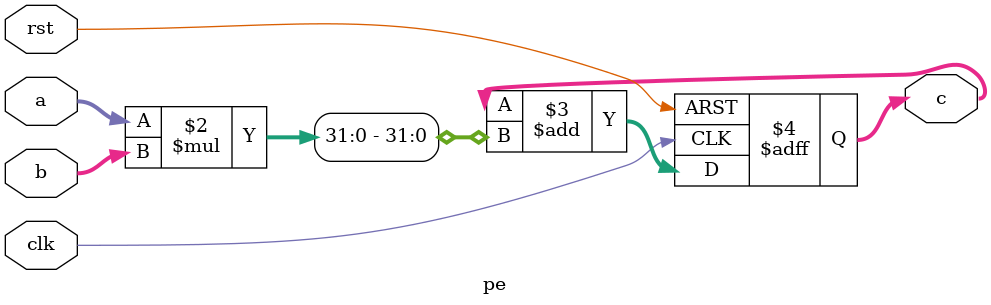
<source format=v>
module pe(
    input clk,          // Clock signal
    input rst,          // Reset signal, active high
    input [31:0] a,     // 32-bit input operand A
    input [31:0] b,     // 32-bit input operand B
    output reg [31:0] c // 32-bit output for accumulated result
);

    // Temporary register to hold the product of a and b
    reg [63:0] product;

    always @(posedge clk or posedge rst) begin
        if (rst) begin
            // Reset the accumulator to 0 when rst is high
            c <= 32'b0;
        end else begin
            // Calculate the product of a and b
            product = a * b;
            // Accumulate the result
            c <= c + product[31:0]; // Assuming lower 32 bits for accumulation
        end
    end
endmodule

</source>
